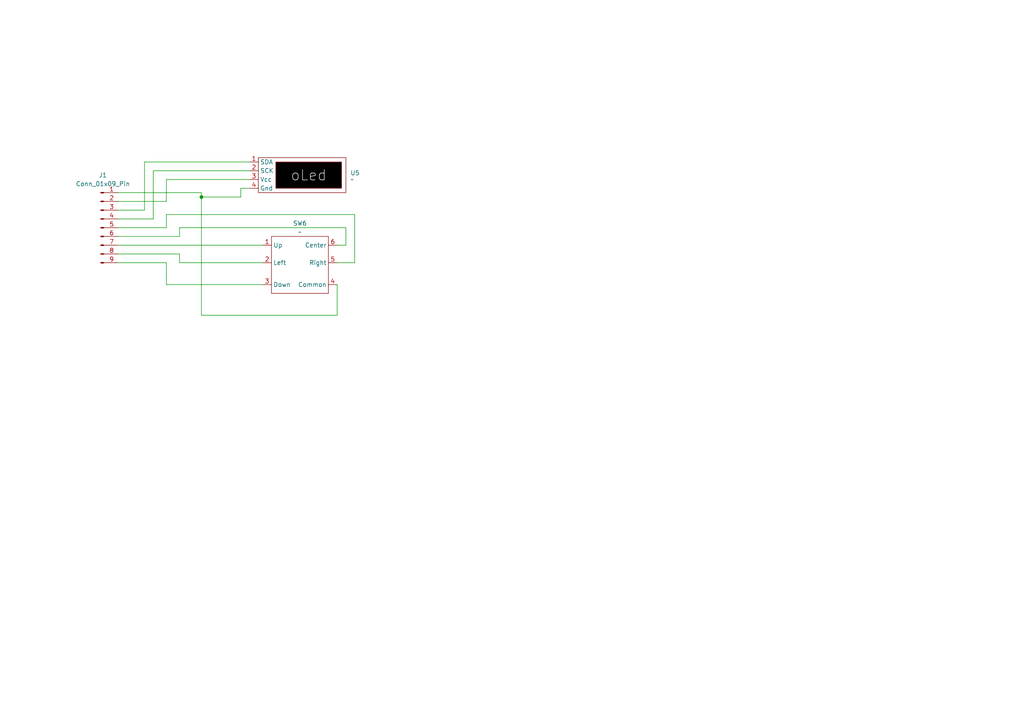
<source format=kicad_sch>
(kicad_sch (version 20250114) (generator "eeschema") (generator_version "9.0")
  (paper "A4")
  (lib_symbols
    (symbol "Connector:Conn_01x09_Pin" (pin_names (offset 1.016) (hide yes))
      (property "Reference" "J" (at 0 12.7 0))
      (property "Value" "Conn_01x09_Pin" (at 0 -12.7 0))
      (symbol "Conn_01x09_Pin_1_1"
        (rectangle (start 0.8636 10.287) (end 0 10.033) (stroke (width 0.1524)) (fill (type outline)))
        (rectangle (start 0.8636 7.747) (end 0 7.493) (stroke (width 0.1524)) (fill (type outline)))
        (rectangle (start 0.8636 5.207) (end 0 4.953) (stroke (width 0.1524)) (fill (type outline)))
        (rectangle (start 0.8636 2.667) (end 0 2.413) (stroke (width 0.1524)) (fill (type outline)))
        (rectangle (start 0.8636 0.127) (end 0 -0.127) (stroke (width 0.1524)) (fill (type outline)))
        (rectangle (start 0.8636 -2.413) (end 0 -2.667) (stroke (width 0.1524)) (fill (type outline)))
        (rectangle (start 0.8636 -4.953) (end 0 -5.207) (stroke (width 0.1524)) (fill (type outline)))
        (rectangle (start 0.8636 -7.493) (end 0 -7.747) (stroke (width 0.1524)) (fill (type outline)))
        (rectangle (start 0.8636 -10.033) (end 0 -10.287) (stroke (width 0.1524)) (fill (type outline)))
        (polyline (pts (xy 1.27 10.16) (xy 0.8636 10.16)) (stroke (width 0.1524)))
        (polyline (pts (xy 1.27 7.62) (xy 0.8636 7.62)) (stroke (width 0.1524)))
        (polyline (pts (xy 1.27 5.08) (xy 0.8636 5.08)) (stroke (width 0.1524)))
        (polyline (pts (xy 1.27 2.54) (xy 0.8636 2.54)) (stroke (width 0.1524)))
        (polyline (pts (xy 1.27 0) (xy 0.8636 0)) (stroke (width 0.1524)))
        (polyline (pts (xy 1.27 -2.54) (xy 0.8636 -2.54)) (stroke (width 0.1524)))
        (polyline (pts (xy 1.27 -5.08) (xy 0.8636 -5.08)) (stroke (width 0.1524)))
        (polyline (pts (xy 1.27 -7.62) (xy 0.8636 -7.62)) (stroke (width 0.1524)))
        (polyline (pts (xy 1.27 -10.16) (xy 0.8636 -10.16)) (stroke (width 0.1524)))
        (pin passive line (at 5.08 10.16 180) (length 3.81) (name "Pin_1") (number "1"))
        (pin passive line (at 5.08 7.62 180) (length 3.81) (name "Pin_2") (number "2"))
        (pin passive line (at 5.08 5.08 180) (length 3.81) (name "Pin_3") (number "3"))
        (pin passive line (at 5.08 2.54 180) (length 3.81) (name "Pin_4") (number "4"))
        (pin passive line (at 5.08 0 180) (length 3.81) (name "Pin_5") (number "5"))
        (pin passive line (at 5.08 -2.54 180) (length 3.81) (name "Pin_6") (number "6"))
        (pin passive line (at 5.08 -5.08 180) (length 3.81) (name "Pin_7") (number "7"))
        (pin passive line (at 5.08 -7.62 180) (length 3.81) (name "Pin_8") (number "8"))
        (pin passive line (at 5.08 -10.16 180) (length 3.81) (name "Pin_9") (number "9"))
      )
    )
    (symbol "FlatPanel:5WayNavigationPushSwitch"
      (property "Reference" "SW" (at 0 4.318 0))
      (symbol "5WayNavigationPushSwitch_0_1"
        (rectangle (start -7.62 2.54) (end 8.89 -13.97))
      )
      (symbol "5WayNavigationPushSwitch_1_1"
        (pin input line (at -10.16 0 0) (length 2.54) (name "Up") (number "1"))
        (pin input line (at -10.16 -5.08 0) (length 2.54) (name "Left") (number "2"))
        (pin input line (at -10.16 -11.43 0) (length 2.54) (name "Down") (number "3"))
        (pin input line (at 11.43 0 180) (length 2.54) (name "Center") (number "6"))
        (pin input line (at 11.43 -5.08 180) (length 2.54) (name "Right") (number "5"))
        (pin input line (at 11.43 -11.43 180) (length 2.54) (name "Common") (number "4"))
      )
    )
    (symbol "FlatPanel:I2C_Display"
      (property "Reference" "U" (at 0 3.81 0))
      (symbol "I2C_Display_0_1"
        (rectangle (start -11.43 2.54) (end 13.97 -7.62))
      )
      (symbol "I2C_Display_1_1"
        (text_box "oLed" (at -6.35 1.27 0) (size 19.05 -7.62) (margins 1.016 1.016 1.016 1.016) (fill (type color) (color 0 0 0 1)) (effects (font (size 3 3))))
        (pin input line (at -13.97 1.27 0) (length 2.54) (name "SDA") (number "1"))
        (pin input line (at -13.97 -1.27 0) (length 2.54) (name "SCK") (number "2"))
        (pin input line (at -13.97 -3.81 0) (length 2.54) (name "Vcc") (number "3"))
        (pin input line (at -13.97 -6.35 0) (length 2.54) (name "Gnd") (number "4"))
      )
    )
  )
  (junction (at 58.42 57.15))
  (wire (pts (xy 102.87 62.23) (xy 102.87 76.2)))
  (wire (pts (xy 34.29 66.04) (xy 48.26 66.04)))
  (wire (pts (xy 41.91 46.99) (xy 72.39 46.99)))
  (wire (pts (xy 52.07 68.58) (xy 34.29 68.58)))
  (wire (pts (xy 44.45 49.53) (xy 72.39 49.53)))
  (wire (pts (xy 97.79 82.55) (xy 97.79 91.44)))
  (wire (pts (xy 97.79 91.44) (xy 58.42 91.44)))
  (wire (pts (xy 48.26 58.42) (xy 48.26 52.07)))
  (wire (pts (xy 34.29 71.12) (xy 76.2 71.12)))
  (wire (pts (xy 48.26 82.55) (xy 76.2 82.55)))
  (wire (pts (xy 58.42 55.88) (xy 58.42 57.15)))
  (wire (pts (xy 100.33 71.12) (xy 100.33 66.04)))
  (wire (pts (xy 48.26 66.04) (xy 48.26 62.23)))
  (wire (pts (xy 72.39 54.61) (xy 69.85 54.61)))
  (wire (pts (xy 58.42 57.15) (xy 69.85 57.15)))
  (wire (pts (xy 44.45 63.5) (xy 44.45 49.53)))
  (wire (pts (xy 48.26 76.2) (xy 48.26 82.55)))
  (wire (pts (xy 52.07 76.2) (xy 76.2 76.2)))
  (wire (pts (xy 34.29 73.66) (xy 52.07 73.66)))
  (wire (pts (xy 52.07 66.04) (xy 52.07 68.58)))
  (wire (pts (xy 102.87 76.2) (xy 97.79 76.2)))
  (wire (pts (xy 97.79 71.12) (xy 100.33 71.12)))
  (wire (pts (xy 34.29 76.2) (xy 48.26 76.2)))
  (wire (pts (xy 69.85 54.61) (xy 69.85 57.15)))
  (wire (pts (xy 58.42 91.44) (xy 58.42 57.15)))
  (wire (pts (xy 100.33 66.04) (xy 52.07 66.04)))
  (wire (pts (xy 34.29 63.5) (xy 44.45 63.5)))
  (wire (pts (xy 52.07 73.66) (xy 52.07 76.2)))
  (wire (pts (xy 34.29 55.88) (xy 58.42 55.88)))
  (wire (pts (xy 48.26 62.23) (xy 102.87 62.23)))
  (wire (pts (xy 41.91 60.96) (xy 41.91 46.99)))
  (wire (pts (xy 34.29 58.42) (xy 48.26 58.42)))
  (wire (pts (xy 48.26 52.07) (xy 72.39 52.07)))
  (wire (pts (xy 34.29 60.96) (xy 41.91 60.96)))
  (symbol (lib_id "Connector:Conn_01x09_Pin") (at 29.21 66.04 0) (unit 1)
    (property "Reference" "J1" (at 29.845 50.8 0))
    (property "Value" "Conn_01x09_Pin" (at 29.845 53.34 0))
    (property "Footprint" "Connector_PinHeader_2.54mm:PinHeader_2x05_P2.54mm_Horizontal" (effects (hide yes)))
    (property "Description" "Generic connector, single row, 01x09, script generated" (effects (hide yes)))
  )
  (symbol (lib_id "FlatPanel:5WayNavigationPushSwitch") (at 86.36 71.12 0) (unit 1)
    (property "Reference" "SW6" (at 86.995 64.77 0))
    (property "Value" "~" (at 86.995 67.31 0))
    (property "Footprint" "Library:5WayNavigationSwitch" (effects (hide yes)))
  )
  (symbol (lib_id "FlatPanel:I2C_Display") (at 86.36 48.26 0) (unit 1)
    (property "Reference" "U5" (at 101.6 50.1649 0) (effects (justify left)))
    (property "Value" "~" (at 101.6 52.07 0) (effects (justify left)))
    (property "Footprint" "Connector_PinHeader_2.54mm:PinHeader_1x04_P2.54mm_Vertical" (effects (hide yes)))
  )
)
</source>
